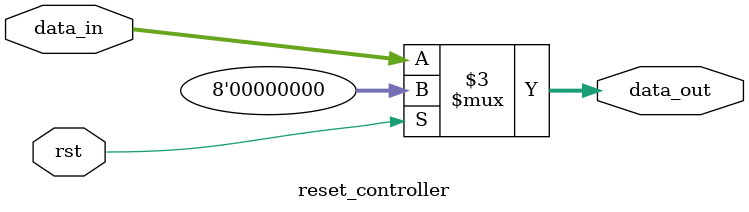
<source format=sv>
module and_gate_8bit_reset (
    input wire [7:0] a,    // 8位输入A
    input wire [7:0] b,    // 8位输入B
    input wire rst,        // 复位信号
    output wire [7:0] y    // 8位输出Y
);
    // 内部连线
    wire [7:0] and_result;
    
    // 实例化基本AND操作子模块
    basic_and_operator and_op (
        .a(a),
        .b(b),
        .result(and_result)
    );
    
    // 实例化复位控制子模块
    reset_controller rst_ctrl (
        .data_in(and_result),
        .rst(rst),
        .data_out(y)
    );
    
endmodule

// 基本AND操作子模块
module basic_and_operator (
    input wire [7:0] a,      // 8位输入A
    input wire [7:0] b,      // 8位输入B
    output wire [7:0] result // 8位AND结果
);
    // 参数化位宽，提高可重用性
    parameter WIDTH = 8;
    
    // 纯组合逻辑实现AND操作
    assign result = a & b;
    
endmodule

// 复位控制子模块
module reset_controller (
    input wire [7:0] data_in,  // 输入数据
    input wire rst,            // 复位信号
    output reg [7:0] data_out  // 带复位控制的输出数据
);
    // 参数化位宽和复位值
    parameter WIDTH = 8;
    parameter RESET_VALUE = {WIDTH{1'b0}};
    
    // 复位控制逻辑
    always @(*) begin
        if (rst) begin
            data_out = RESET_VALUE;
        end else begin
            data_out = data_in;
        end
    end
    
endmodule
</source>
